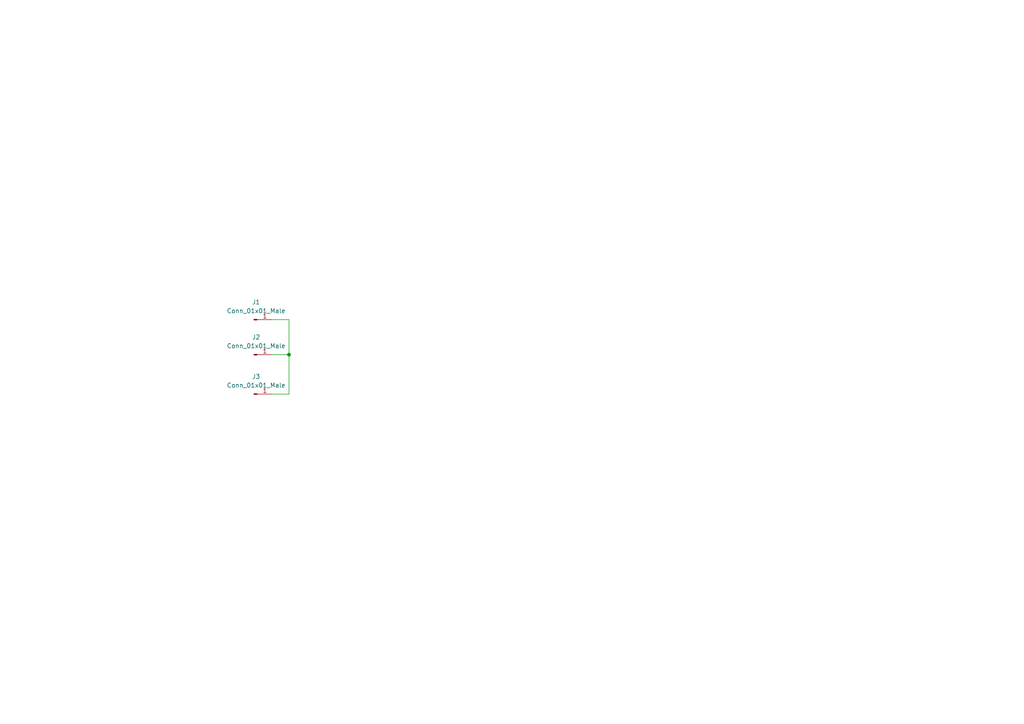
<source format=kicad_sch>
(kicad_sch (version 20211123) (generator eeschema)
  (paper "A4")
  (lib_symbols
    (symbol "Connector:Conn_01x01_Male" (pin_names (offset 1.016) hide)
      (property "Reference" "J" (at 0 2.54 0))
      (property "Value" "Conn_01x01_Male" (at 0 -2.54 0))
      (symbol "Conn_01x01_Male_1_1"
        (polyline (pts (xy 1.27 0) (xy 0.8636 0)) (stroke (width 0.1524)))
        (rectangle (start 0.8636 0.127) (end 0 -0.127) (stroke (width 0.1524)) (fill (type outline)))
        (pin passive line (at 5.08 0 180) (length 3.81) (name "Pin_1") (number "1"))
      )
    )
  )
  (junction (at 83.82 102.87))
  (wire (pts (xy 78.74 92.71) (xy 83.82 92.71)))
  (wire (pts (xy 83.82 92.71) (xy 83.82 102.87)))
  (wire (pts (xy 78.74 102.87) (xy 83.82 102.87)))
  (wire (pts (xy 83.82 102.87) (xy 83.82 114.3)))
  (wire (pts (xy 83.82 114.3) (xy 78.74 114.3)))
  (symbol (lib_id "Connector:Conn_01x01_Male") (at 73.66 114.3 0) (unit 1)
    (property "Reference" "J3" (at 74.295 109.22 0))
    (property "Value" "Conn_01x01_Male" (at 74.295 111.76 0))
    (property "Footprint" "Connector_PinHeader_2.54mm:PinHeader_1x01_P2.54mm_Vertical" (effects hide))
  )
  (symbol (lib_id "Connector:Conn_01x01_Male") (at 73.66 92.71 0) (unit 1)
    (property "Reference" "J1" (at 74.295 87.63 0))
    (property "Value" "Conn_01x01_Male" (at 74.295 90.17 0))
    (property "Footprint" "Connector_PinHeader_2.54mm:PinHeader_1x01_P2.54mm_Vertical" (effects hide))
  )
  (symbol (lib_id "Connector:Conn_01x01_Male") (at 73.66 102.87 0) (unit 1)
    (property "Reference" "J2" (at 74.295 97.79 0))
    (property "Value" "Conn_01x01_Male" (at 74.295 100.33 0))
    (property "Footprint" "Connector_PinHeader_2.54mm:PinHeader_1x01_P2.54mm_Vertical" (effects hide))
  )
)
</source>
